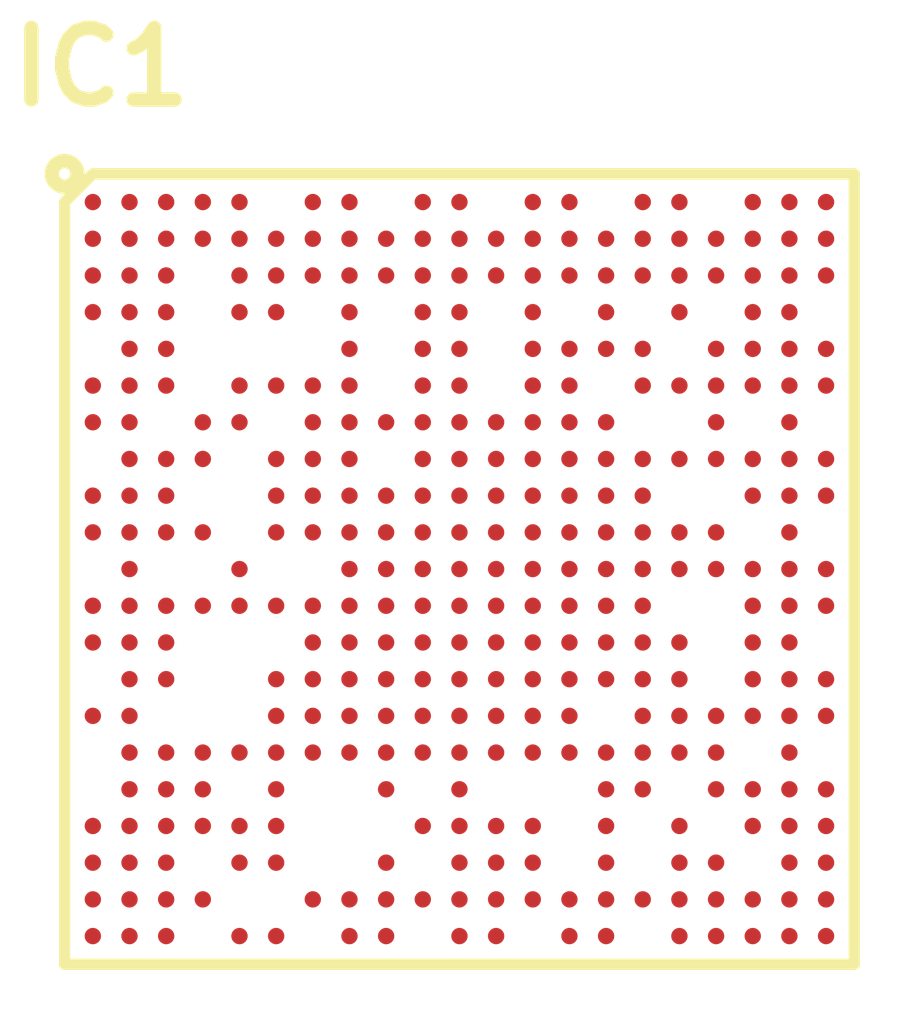
<source format=kicad_pcb>
(kicad_pcb (version 20171130) (host pcbnew "(5.0.2)-1")

  (general
    (thickness 1.6)
    (drawings 0)
    (tracks 0)
    (zones 0)
    (modules 1)
    (nets 63)
  )

  (page USLetter)
  (layers
    (0 F.Cu signal)
    (31 B.Cu signal)
    (32 B.Adhes user)
    (33 F.Adhes user)
    (34 B.Paste user)
    (35 F.Paste user)
    (36 B.SilkS user)
    (37 F.SilkS user)
    (38 B.Mask user)
    (39 F.Mask user)
    (40 Dwgs.User user)
    (41 Cmts.User user)
    (42 Eco1.User user)
    (43 Eco2.User user)
    (44 Edge.Cuts user)
    (45 Margin user)
    (46 B.CrtYd user)
    (47 F.CrtYd user)
    (48 B.Fab user)
    (49 F.Fab user)
  )

  (setup
    (last_trace_width 0.25)
    (trace_clearance 0.2)
    (zone_clearance 0.508)
    (zone_45_only no)
    (trace_min 0.2)
    (segment_width 0.2)
    (edge_width 0.15)
    (via_size 0.8)
    (via_drill 0.4)
    (via_min_size 0.4)
    (via_min_drill 0.3)
    (uvia_size 0.3)
    (uvia_drill 0.1)
    (uvias_allowed no)
    (uvia_min_size 0.2)
    (uvia_min_drill 0.1)
    (pcb_text_width 0.3)
    (pcb_text_size 1.5 1.5)
    (mod_edge_width 0.15)
    (mod_text_size 1 1)
    (mod_text_width 0.15)
    (pad_size 1.524 1.524)
    (pad_drill 0.762)
    (pad_to_mask_clearance 0.051)
    (solder_mask_min_width 0.25)
    (aux_axis_origin 0 0)
    (visible_elements FFFFFF7F)
    (pcbplotparams
      (layerselection 0x010fc_ffffffff)
      (usegerberextensions false)
      (usegerberattributes false)
      (usegerberadvancedattributes false)
      (creategerberjobfile false)
      (excludeedgelayer true)
      (linewidth 0.100000)
      (plotframeref false)
      (viasonmask false)
      (mode 1)
      (useauxorigin false)
      (hpglpennumber 1)
      (hpglpenspeed 20)
      (hpglpendiameter 15.000000)
      (psnegative false)
      (psa4output false)
      (plotreference true)
      (plotvalue true)
      (plotinvisibletext false)
      (padsonsilk false)
      (subtractmaskfromsilk false)
      (outputformat 1)
      (mirror false)
      (drillshape 1)
      (scaleselection 1)
      (outputdirectory ""))
  )

  (net 0 "")
  (net 1 "Net-(IC1-PadA21)")
  (net 2 "Net-(IC1-PadF8)")
  (net 3 "Net-(IC1-PadG7)")
  (net 4 "Net-(IC1-PadG9)")
  (net 5 "Net-(IC1-PadG10)")
  (net 6 "Net-(IC1-PadG11)")
  (net 7 "Net-(IC1-PadG13)")
  (net 8 "Net-(IC1-PadG14)")
  (net 9 "Net-(IC1-PadG15)")
  (net 10 "Net-(IC1-PadH7)")
  (net 11 "Net-(IC1-PadH8)")
  (net 12 "Net-(IC1-PadH10)")
  (net 13 "Net-(IC1-PadH11)")
  (net 14 "Net-(IC1-PadH13)")
  (net 15 "Net-(IC1-PadH14)")
  (net 16 "Net-(IC1-PadJ6)")
  (net 17 "Net-(IC1-PadJ7)")
  (net 18 "Net-(IC1-PadJ8)")
  (net 19 "Net-(IC1-PadJ10)")
  (net 20 "Net-(IC1-PadJ11)")
  (net 21 "Net-(IC1-PadJ12)")
  (net 22 "Net-(IC1-PadJ14)")
  (net 23 "Net-(IC1-PadJ15)")
  (net 24 "Net-(IC1-PadK4)")
  (net 25 "Net-(IC1-PadK6)")
  (net 26 "Net-(IC1-PadK10)")
  (net 27 "Net-(IC1-PadK11)")
  (net 28 "Net-(IC1-PadK12)")
  (net 29 "Net-(IC1-PadL10)")
  (net 30 "Net-(IC1-PadL11)")
  (net 31 "Net-(IC1-PadL12)")
  (net 32 "Net-(IC1-PadL13)")
  (net 33 "Net-(IC1-PadL14)")
  (net 34 "Net-(IC1-PadL15)")
  (net 35 "Net-(IC1-PadL16)")
  (net 36 "Net-(IC1-PadM5)")
  (net 37 "Net-(IC1-PadM16)")
  (net 38 "Net-(IC1-PadN3)")
  (net 39 "Net-(IC1-PadN8)")
  (net 40 "Net-(IC1-PadN16)")
  (net 41 "Net-(IC1-PadP6)")
  (net 42 "Net-(IC1-PadP7)")
  (net 43 "Net-(IC1-PadP8)")
  (net 44 "Net-(IC1-PadP9)")
  (net 45 "Net-(IC1-PadP16)")
  (net 46 "Net-(IC1-PadP17)")
  (net 47 "Net-(IC1-PadR6)")
  (net 48 "Net-(IC1-PadR7)")
  (net 49 "Net-(IC1-PadR8)")
  (net 50 "Net-(IC1-PadR16)")
  (net 51 "Net-(IC1-PadT6)")
  (net 52 "Net-(IC1-PadT7)")
  (net 53 "Net-(IC1-PadT8)")
  (net 54 "Net-(IC1-PadT9)")
  (net 55 "Net-(IC1-PadT10)")
  (net 56 "Net-(IC1-PadT12)")
  (net 57 "Net-(IC1-PadT13)")
  (net 58 "Net-(IC1-PadT14)")
  (net 59 "Net-(IC1-PadT15)")
  (net 60 "Net-(IC1-PadU6)")
  (net 61 "Net-(IC1-PadU9)")
  (net 62 "Net-(IC1-PadU11)")

  (net_class Default "This is the default net class."
    (clearance 0.2)
    (trace_width 0.25)
    (via_dia 0.8)
    (via_drill 0.4)
    (uvia_dia 0.3)
    (uvia_drill 0.1)
    (add_net "Net-(IC1-PadA21)")
    (add_net "Net-(IC1-PadF8)")
    (add_net "Net-(IC1-PadG10)")
    (add_net "Net-(IC1-PadG11)")
    (add_net "Net-(IC1-PadG13)")
    (add_net "Net-(IC1-PadG14)")
    (add_net "Net-(IC1-PadG15)")
    (add_net "Net-(IC1-PadG7)")
    (add_net "Net-(IC1-PadG9)")
    (add_net "Net-(IC1-PadH10)")
    (add_net "Net-(IC1-PadH11)")
    (add_net "Net-(IC1-PadH13)")
    (add_net "Net-(IC1-PadH14)")
    (add_net "Net-(IC1-PadH7)")
    (add_net "Net-(IC1-PadH8)")
    (add_net "Net-(IC1-PadJ10)")
    (add_net "Net-(IC1-PadJ11)")
    (add_net "Net-(IC1-PadJ12)")
    (add_net "Net-(IC1-PadJ14)")
    (add_net "Net-(IC1-PadJ15)")
    (add_net "Net-(IC1-PadJ6)")
    (add_net "Net-(IC1-PadJ7)")
    (add_net "Net-(IC1-PadJ8)")
    (add_net "Net-(IC1-PadK10)")
    (add_net "Net-(IC1-PadK11)")
    (add_net "Net-(IC1-PadK12)")
    (add_net "Net-(IC1-PadK4)")
    (add_net "Net-(IC1-PadK6)")
    (add_net "Net-(IC1-PadL10)")
    (add_net "Net-(IC1-PadL11)")
    (add_net "Net-(IC1-PadL12)")
    (add_net "Net-(IC1-PadL13)")
    (add_net "Net-(IC1-PadL14)")
    (add_net "Net-(IC1-PadL15)")
    (add_net "Net-(IC1-PadL16)")
    (add_net "Net-(IC1-PadM16)")
    (add_net "Net-(IC1-PadM5)")
    (add_net "Net-(IC1-PadN16)")
    (add_net "Net-(IC1-PadN3)")
    (add_net "Net-(IC1-PadN8)")
    (add_net "Net-(IC1-PadP16)")
    (add_net "Net-(IC1-PadP17)")
    (add_net "Net-(IC1-PadP6)")
    (add_net "Net-(IC1-PadP7)")
    (add_net "Net-(IC1-PadP8)")
    (add_net "Net-(IC1-PadP9)")
    (add_net "Net-(IC1-PadR16)")
    (add_net "Net-(IC1-PadR6)")
    (add_net "Net-(IC1-PadR7)")
    (add_net "Net-(IC1-PadR8)")
    (add_net "Net-(IC1-PadT10)")
    (add_net "Net-(IC1-PadT12)")
    (add_net "Net-(IC1-PadT13)")
    (add_net "Net-(IC1-PadT14)")
    (add_net "Net-(IC1-PadT15)")
    (add_net "Net-(IC1-PadT6)")
    (add_net "Net-(IC1-PadT7)")
    (add_net "Net-(IC1-PadT8)")
    (add_net "Net-(IC1-PadT9)")
    (add_net "Net-(IC1-PadU11)")
    (add_net "Net-(IC1-PadU6)")
    (add_net "Net-(IC1-PadU9)")
  )

  (module BGA347C65P21X21_1400X1400X118 (layer F.Cu) (tedit 5DB37017) (tstamp 5DB3DECD)
    (at 152.4 95.25)
    (descr "H3 BGA")
    (tags "Integrated Circuit")
    (path /5DBD65F5)
    (attr smd)
    (fp_text reference IC1 (at -6.35 -8.89) (layer F.SilkS)
      (effects (font (size 1.27 1.27) (thickness 0.254)))
    )
    (fp_text value Allwinner_H3 (at 0 0) (layer F.SilkS) hide
      (effects (font (size 1.27 1.27) (thickness 0.254)))
    )
    (fp_line (start -8.05 -8.05) (end 8.05 -8.05) (layer Dwgs.User) (width 0.05))
    (fp_line (start 8.05 -8.05) (end 8.05 8.05) (layer Dwgs.User) (width 0.05))
    (fp_line (start 8.05 8.05) (end -8.05 8.05) (layer Dwgs.User) (width 0.05))
    (fp_line (start -8.05 8.05) (end -8.05 -8.05) (layer Dwgs.User) (width 0.05))
    (fp_line (start -7 -7) (end 7 -7) (layer Dwgs.User) (width 0.1))
    (fp_line (start 7 -7) (end 7 7) (layer Dwgs.User) (width 0.1))
    (fp_line (start 7 7) (end -7 7) (layer Dwgs.User) (width 0.1))
    (fp_line (start -7 7) (end -7 -7) (layer Dwgs.User) (width 0.1))
    (fp_line (start -7 -3.475) (end -3.475 -7) (layer Dwgs.User) (width 0.1))
    (fp_line (start -6.5 -7) (end 7 -7) (layer F.SilkS) (width 0.2))
    (fp_line (start 7 -7) (end 7 7) (layer F.SilkS) (width 0.2))
    (fp_line (start 7 7) (end -7 7) (layer F.SilkS) (width 0.2))
    (fp_line (start -7 7) (end -7 -6.5) (layer F.SilkS) (width 0.2))
    (fp_line (start -7 -6.5) (end -6.5 -7) (layer F.SilkS) (width 0.2))
    (fp_circle (center -7 -7) (end -6.9 -7) (layer F.SilkS) (width 0.254))
    (pad A1 smd circle (at -6.5 -6.5 90) (size 0.29 0.29) (layers F.Cu F.Paste F.Mask))
    (pad A2 smd circle (at -5.85 -6.5 90) (size 0.29 0.29) (layers F.Cu F.Paste F.Mask))
    (pad A3 smd circle (at -5.2 -6.5 90) (size 0.29 0.29) (layers F.Cu F.Paste F.Mask))
    (pad A4 smd circle (at -4.55 -6.5 90) (size 0.29 0.29) (layers F.Cu F.Paste F.Mask))
    (pad A5 smd circle (at -3.9 -6.5 90) (size 0.29 0.29) (layers F.Cu F.Paste F.Mask))
    (pad A7 smd circle (at -2.6 -6.5 90) (size 0.29 0.29) (layers F.Cu F.Paste F.Mask))
    (pad A8 smd circle (at -1.95 -6.5 90) (size 0.29 0.29) (layers F.Cu F.Paste F.Mask))
    (pad A10 smd circle (at -0.65 -6.5 90) (size 0.29 0.29) (layers F.Cu F.Paste F.Mask))
    (pad A11 smd circle (at 0 -6.5 90) (size 0.29 0.29) (layers F.Cu F.Paste F.Mask))
    (pad A13 smd circle (at 1.3 -6.5 90) (size 0.29 0.29) (layers F.Cu F.Paste F.Mask))
    (pad A14 smd circle (at 1.95 -6.5 90) (size 0.29 0.29) (layers F.Cu F.Paste F.Mask))
    (pad A16 smd circle (at 3.25 -6.5 90) (size 0.29 0.29) (layers F.Cu F.Paste F.Mask))
    (pad A17 smd circle (at 3.9 -6.5 90) (size 0.29 0.29) (layers F.Cu F.Paste F.Mask))
    (pad A19 smd circle (at 5.2 -6.5 90) (size 0.29 0.29) (layers F.Cu F.Paste F.Mask))
    (pad A20 smd circle (at 5.85 -6.5 90) (size 0.29 0.29) (layers F.Cu F.Paste F.Mask))
    (pad A21 smd circle (at 6.5 -6.5 90) (size 0.29 0.29) (layers F.Cu F.Paste F.Mask)
      (net 1 "Net-(IC1-PadA21)"))
    (pad B1 smd circle (at -6.5 -5.85 90) (size 0.29 0.29) (layers F.Cu F.Paste F.Mask))
    (pad B2 smd circle (at -5.85 -5.85 90) (size 0.29 0.29) (layers F.Cu F.Paste F.Mask))
    (pad B3 smd circle (at -5.2 -5.85 90) (size 0.29 0.29) (layers F.Cu F.Paste F.Mask))
    (pad B4 smd circle (at -4.55 -5.85 90) (size 0.29 0.29) (layers F.Cu F.Paste F.Mask))
    (pad B5 smd circle (at -3.9 -5.85 90) (size 0.29 0.29) (layers F.Cu F.Paste F.Mask))
    (pad B6 smd circle (at -3.25 -5.85 90) (size 0.29 0.29) (layers F.Cu F.Paste F.Mask))
    (pad B7 smd circle (at -2.6 -5.85 90) (size 0.29 0.29) (layers F.Cu F.Paste F.Mask))
    (pad B8 smd circle (at -1.95 -5.85 90) (size 0.29 0.29) (layers F.Cu F.Paste F.Mask))
    (pad B9 smd circle (at -1.3 -5.85 90) (size 0.29 0.29) (layers F.Cu F.Paste F.Mask))
    (pad B10 smd circle (at -0.65 -5.85 90) (size 0.29 0.29) (layers F.Cu F.Paste F.Mask))
    (pad B11 smd circle (at 0 -5.85 90) (size 0.29 0.29) (layers F.Cu F.Paste F.Mask))
    (pad B12 smd circle (at 0.65 -5.85 90) (size 0.29 0.29) (layers F.Cu F.Paste F.Mask))
    (pad B13 smd circle (at 1.3 -5.85 90) (size 0.29 0.29) (layers F.Cu F.Paste F.Mask))
    (pad B14 smd circle (at 1.95 -5.85 90) (size 0.29 0.29) (layers F.Cu F.Paste F.Mask))
    (pad B15 smd circle (at 2.6 -5.85 90) (size 0.29 0.29) (layers F.Cu F.Paste F.Mask))
    (pad B16 smd circle (at 3.25 -5.85 90) (size 0.29 0.29) (layers F.Cu F.Paste F.Mask))
    (pad B17 smd circle (at 3.9 -5.85 90) (size 0.29 0.29) (layers F.Cu F.Paste F.Mask))
    (pad B18 smd circle (at 4.55 -5.85 90) (size 0.29 0.29) (layers F.Cu F.Paste F.Mask))
    (pad B19 smd circle (at 5.2 -5.85 90) (size 0.29 0.29) (layers F.Cu F.Paste F.Mask))
    (pad B20 smd circle (at 5.85 -5.85 90) (size 0.29 0.29) (layers F.Cu F.Paste F.Mask))
    (pad B21 smd circle (at 6.5 -5.85 90) (size 0.29 0.29) (layers F.Cu F.Paste F.Mask))
    (pad C1 smd circle (at -6.5 -5.2 90) (size 0.29 0.29) (layers F.Cu F.Paste F.Mask))
    (pad C2 smd circle (at -5.85 -5.2 90) (size 0.29 0.29) (layers F.Cu F.Paste F.Mask))
    (pad C3 smd circle (at -5.2 -5.2 90) (size 0.29 0.29) (layers F.Cu F.Paste F.Mask))
    (pad C5 smd circle (at -3.9 -5.2 90) (size 0.29 0.29) (layers F.Cu F.Paste F.Mask))
    (pad C6 smd circle (at -3.25 -5.2 90) (size 0.29 0.29) (layers F.Cu F.Paste F.Mask))
    (pad C7 smd circle (at -2.6 -5.2 90) (size 0.29 0.29) (layers F.Cu F.Paste F.Mask))
    (pad C8 smd circle (at -1.95 -5.2 90) (size 0.29 0.29) (layers F.Cu F.Paste F.Mask))
    (pad C9 smd circle (at -1.3 -5.2 90) (size 0.29 0.29) (layers F.Cu F.Paste F.Mask))
    (pad C10 smd circle (at -0.65 -5.2 90) (size 0.29 0.29) (layers F.Cu F.Paste F.Mask))
    (pad C11 smd circle (at 0 -5.2 90) (size 0.29 0.29) (layers F.Cu F.Paste F.Mask))
    (pad C12 smd circle (at 0.65 -5.2 90) (size 0.29 0.29) (layers F.Cu F.Paste F.Mask))
    (pad C13 smd circle (at 1.3 -5.2 90) (size 0.29 0.29) (layers F.Cu F.Paste F.Mask))
    (pad C14 smd circle (at 1.95 -5.2 90) (size 0.29 0.29) (layers F.Cu F.Paste F.Mask))
    (pad C15 smd circle (at 2.6 -5.2 90) (size 0.29 0.29) (layers F.Cu F.Paste F.Mask))
    (pad C16 smd circle (at 3.25 -5.2 90) (size 0.29 0.29) (layers F.Cu F.Paste F.Mask))
    (pad C17 smd circle (at 3.9 -5.2 90) (size 0.29 0.29) (layers F.Cu F.Paste F.Mask))
    (pad C18 smd circle (at 4.55 -5.2 90) (size 0.29 0.29) (layers F.Cu F.Paste F.Mask))
    (pad C19 smd circle (at 5.2 -5.2 90) (size 0.29 0.29) (layers F.Cu F.Paste F.Mask))
    (pad C20 smd circle (at 5.85 -5.2 90) (size 0.29 0.29) (layers F.Cu F.Paste F.Mask))
    (pad C21 smd circle (at 6.5 -5.2 90) (size 0.29 0.29) (layers F.Cu F.Paste F.Mask))
    (pad D1 smd circle (at -6.5 -4.55 90) (size 0.29 0.29) (layers F.Cu F.Paste F.Mask))
    (pad D2 smd circle (at -5.85 -4.55 90) (size 0.29 0.29) (layers F.Cu F.Paste F.Mask))
    (pad D3 smd circle (at -5.2 -4.55 90) (size 0.29 0.29) (layers F.Cu F.Paste F.Mask))
    (pad D5 smd circle (at -3.9 -4.55 90) (size 0.29 0.29) (layers F.Cu F.Paste F.Mask))
    (pad D6 smd circle (at -3.25 -4.55 90) (size 0.29 0.29) (layers F.Cu F.Paste F.Mask))
    (pad D8 smd circle (at -1.95 -4.55 90) (size 0.29 0.29) (layers F.Cu F.Paste F.Mask))
    (pad D10 smd circle (at -0.65 -4.55 90) (size 0.29 0.29) (layers F.Cu F.Paste F.Mask))
    (pad D11 smd circle (at 0 -4.55 90) (size 0.29 0.29) (layers F.Cu F.Paste F.Mask))
    (pad D13 smd circle (at 1.3 -4.55 90) (size 0.29 0.29) (layers F.Cu F.Paste F.Mask))
    (pad D15 smd circle (at 2.6 -4.55 90) (size 0.29 0.29) (layers F.Cu F.Paste F.Mask))
    (pad D17 smd circle (at 3.9 -4.55 90) (size 0.29 0.29) (layers F.Cu F.Paste F.Mask))
    (pad D19 smd circle (at 5.2 -4.55 90) (size 0.29 0.29) (layers F.Cu F.Paste F.Mask))
    (pad D20 smd circle (at 5.85 -4.55 90) (size 0.29 0.29) (layers F.Cu F.Paste F.Mask))
    (pad E2 smd circle (at -5.85 -3.9 90) (size 0.29 0.29) (layers F.Cu F.Paste F.Mask))
    (pad E3 smd circle (at -5.2 -3.9 90) (size 0.29 0.29) (layers F.Cu F.Paste F.Mask))
    (pad E8 smd circle (at -1.95 -3.9 90) (size 0.29 0.29) (layers F.Cu F.Paste F.Mask))
    (pad E10 smd circle (at -0.65 -3.9 90) (size 0.29 0.29) (layers F.Cu F.Paste F.Mask))
    (pad E11 smd circle (at 0 -3.9 90) (size 0.29 0.29) (layers F.Cu F.Paste F.Mask))
    (pad E13 smd circle (at 1.3 -3.9 90) (size 0.29 0.29) (layers F.Cu F.Paste F.Mask))
    (pad E14 smd circle (at 1.95 -3.9 90) (size 0.29 0.29) (layers F.Cu F.Paste F.Mask))
    (pad E15 smd circle (at 2.6 -3.9 90) (size 0.29 0.29) (layers F.Cu F.Paste F.Mask))
    (pad E16 smd circle (at 3.25 -3.9 90) (size 0.29 0.29) (layers F.Cu F.Paste F.Mask))
    (pad E18 smd circle (at 4.55 -3.9 90) (size 0.29 0.29) (layers F.Cu F.Paste F.Mask))
    (pad E19 smd circle (at 5.2 -3.9 90) (size 0.29 0.29) (layers F.Cu F.Paste F.Mask))
    (pad E20 smd circle (at 5.85 -3.9 90) (size 0.29 0.29) (layers F.Cu F.Paste F.Mask))
    (pad E21 smd circle (at 6.5 -3.9 90) (size 0.29 0.29) (layers F.Cu F.Paste F.Mask))
    (pad F1 smd circle (at -6.5 -3.25 90) (size 0.29 0.29) (layers F.Cu F.Paste F.Mask))
    (pad F2 smd circle (at -5.85 -3.25 90) (size 0.29 0.29) (layers F.Cu F.Paste F.Mask))
    (pad F3 smd circle (at -5.2 -3.25 90) (size 0.29 0.29) (layers F.Cu F.Paste F.Mask))
    (pad F5 smd circle (at -3.9 -3.25 90) (size 0.29 0.29) (layers F.Cu F.Paste F.Mask))
    (pad F6 smd circle (at -3.25 -3.25 90) (size 0.29 0.29) (layers F.Cu F.Paste F.Mask))
    (pad F7 smd circle (at -2.6 -3.25 90) (size 0.29 0.29) (layers F.Cu F.Paste F.Mask))
    (pad F8 smd circle (at -1.95 -3.25 90) (size 0.29 0.29) (layers F.Cu F.Paste F.Mask)
      (net 2 "Net-(IC1-PadF8)"))
    (pad F10 smd circle (at -0.65 -3.25 90) (size 0.29 0.29) (layers F.Cu F.Paste F.Mask))
    (pad F11 smd circle (at 0 -3.25 90) (size 0.29 0.29) (layers F.Cu F.Paste F.Mask))
    (pad F13 smd circle (at 1.3 -3.25 90) (size 0.29 0.29) (layers F.Cu F.Paste F.Mask))
    (pad F14 smd circle (at 1.95 -3.25 90) (size 0.29 0.29) (layers F.Cu F.Paste F.Mask))
    (pad F16 smd circle (at 3.25 -3.25 90) (size 0.29 0.29) (layers F.Cu F.Paste F.Mask))
    (pad F17 smd circle (at 3.9 -3.25 90) (size 0.29 0.29) (layers F.Cu F.Paste F.Mask))
    (pad F18 smd circle (at 4.55 -3.25 90) (size 0.29 0.29) (layers F.Cu F.Paste F.Mask))
    (pad F19 smd circle (at 5.2 -3.25 90) (size 0.29 0.29) (layers F.Cu F.Paste F.Mask))
    (pad F20 smd circle (at 5.85 -3.25 90) (size 0.29 0.29) (layers F.Cu F.Paste F.Mask))
    (pad F21 smd circle (at 6.5 -3.25 90) (size 0.29 0.29) (layers F.Cu F.Paste F.Mask))
    (pad G1 smd circle (at -6.5 -2.6 90) (size 0.29 0.29) (layers F.Cu F.Paste F.Mask))
    (pad G2 smd circle (at -5.85 -2.6 90) (size 0.29 0.29) (layers F.Cu F.Paste F.Mask))
    (pad G4 smd circle (at -4.55 -2.6 90) (size 0.29 0.29) (layers F.Cu F.Paste F.Mask))
    (pad G5 smd circle (at -3.9 -2.6 90) (size 0.29 0.29) (layers F.Cu F.Paste F.Mask))
    (pad G7 smd circle (at -2.6 -2.6 90) (size 0.29 0.29) (layers F.Cu F.Paste F.Mask)
      (net 3 "Net-(IC1-PadG7)"))
    (pad G8 smd circle (at -1.95 -2.6 90) (size 0.29 0.29) (layers F.Cu F.Paste F.Mask)
      (net 1 "Net-(IC1-PadA21)"))
    (pad G9 smd circle (at -1.3 -2.6 90) (size 0.29 0.29) (layers F.Cu F.Paste F.Mask)
      (net 4 "Net-(IC1-PadG9)"))
    (pad G10 smd circle (at -0.65 -2.6 90) (size 0.29 0.29) (layers F.Cu F.Paste F.Mask)
      (net 5 "Net-(IC1-PadG10)"))
    (pad G11 smd circle (at 0 -2.6 90) (size 0.29 0.29) (layers F.Cu F.Paste F.Mask)
      (net 6 "Net-(IC1-PadG11)"))
    (pad G12 smd circle (at 0.65 -2.6 90) (size 0.29 0.29) (layers F.Cu F.Paste F.Mask))
    (pad G13 smd circle (at 1.3 -2.6 90) (size 0.29 0.29) (layers F.Cu F.Paste F.Mask)
      (net 7 "Net-(IC1-PadG13)"))
    (pad G14 smd circle (at 1.95 -2.6 90) (size 0.29 0.29) (layers F.Cu F.Paste F.Mask)
      (net 8 "Net-(IC1-PadG14)"))
    (pad G15 smd circle (at 2.6 -2.6 90) (size 0.29 0.29) (layers F.Cu F.Paste F.Mask)
      (net 9 "Net-(IC1-PadG15)"))
    (pad G18 smd circle (at 4.55 -2.6 90) (size 0.29 0.29) (layers F.Cu F.Paste F.Mask))
    (pad G20 smd circle (at 5.85 -2.6 90) (size 0.29 0.29) (layers F.Cu F.Paste F.Mask))
    (pad H2 smd circle (at -5.85 -1.95 90) (size 0.29 0.29) (layers F.Cu F.Paste F.Mask))
    (pad H3 smd circle (at -5.2 -1.95 90) (size 0.29 0.29) (layers F.Cu F.Paste F.Mask))
    (pad H4 smd circle (at -4.55 -1.95 90) (size 0.29 0.29) (layers F.Cu F.Paste F.Mask))
    (pad H6 smd circle (at -3.25 -1.95 90) (size 0.29 0.29) (layers F.Cu F.Paste F.Mask))
    (pad H7 smd circle (at -2.6 -1.95 90) (size 0.29 0.29) (layers F.Cu F.Paste F.Mask)
      (net 10 "Net-(IC1-PadH7)"))
    (pad H8 smd circle (at -1.95 -1.95 90) (size 0.29 0.29) (layers F.Cu F.Paste F.Mask)
      (net 11 "Net-(IC1-PadH8)"))
    (pad H10 smd circle (at -0.65 -1.95 90) (size 0.29 0.29) (layers F.Cu F.Paste F.Mask)
      (net 12 "Net-(IC1-PadH10)"))
    (pad H11 smd circle (at 0 -1.95 90) (size 0.29 0.29) (layers F.Cu F.Paste F.Mask)
      (net 13 "Net-(IC1-PadH11)"))
    (pad H12 smd circle (at 0.65 -1.95 90) (size 0.29 0.29) (layers F.Cu F.Paste F.Mask)
      (net 1 "Net-(IC1-PadA21)"))
    (pad H13 smd circle (at 1.3 -1.95 90) (size 0.29 0.29) (layers F.Cu F.Paste F.Mask)
      (net 14 "Net-(IC1-PadH13)"))
    (pad H14 smd circle (at 1.95 -1.95 90) (size 0.29 0.29) (layers F.Cu F.Paste F.Mask)
      (net 15 "Net-(IC1-PadH14)"))
    (pad H15 smd circle (at 2.6 -1.95 90) (size 0.29 0.29) (layers F.Cu F.Paste F.Mask)
      (net 1 "Net-(IC1-PadA21)"))
    (pad H16 smd circle (at 3.25 -1.95 90) (size 0.29 0.29) (layers F.Cu F.Paste F.Mask))
    (pad H17 smd circle (at 3.9 -1.95 90) (size 0.29 0.29) (layers F.Cu F.Paste F.Mask))
    (pad H18 smd circle (at 4.55 -1.95 90) (size 0.29 0.29) (layers F.Cu F.Paste F.Mask))
    (pad H19 smd circle (at 5.2 -1.95 90) (size 0.29 0.29) (layers F.Cu F.Paste F.Mask))
    (pad H20 smd circle (at 5.85 -1.95 90) (size 0.29 0.29) (layers F.Cu F.Paste F.Mask))
    (pad H21 smd circle (at 6.5 -1.95 90) (size 0.29 0.29) (layers F.Cu F.Paste F.Mask))
    (pad J1 smd circle (at -6.5 -1.3 90) (size 0.29 0.29) (layers F.Cu F.Paste F.Mask))
    (pad J2 smd circle (at -5.85 -1.3 90) (size 0.29 0.29) (layers F.Cu F.Paste F.Mask))
    (pad J3 smd circle (at -5.2 -1.3 90) (size 0.29 0.29) (layers F.Cu F.Paste F.Mask))
    (pad J6 smd circle (at -3.25 -1.3 90) (size 0.29 0.29) (layers F.Cu F.Paste F.Mask)
      (net 16 "Net-(IC1-PadJ6)"))
    (pad J7 smd circle (at -2.6 -1.3 90) (size 0.29 0.29) (layers F.Cu F.Paste F.Mask)
      (net 17 "Net-(IC1-PadJ7)"))
    (pad J8 smd circle (at -1.95 -1.3 90) (size 0.29 0.29) (layers F.Cu F.Paste F.Mask)
      (net 18 "Net-(IC1-PadJ8)"))
    (pad J9 smd circle (at -1.3 -1.3 90) (size 0.29 0.29) (layers F.Cu F.Paste F.Mask)
      (net 1 "Net-(IC1-PadA21)"))
    (pad J10 smd circle (at -0.65 -1.3 90) (size 0.29 0.29) (layers F.Cu F.Paste F.Mask)
      (net 19 "Net-(IC1-PadJ10)"))
    (pad J11 smd circle (at 0 -1.3 90) (size 0.29 0.29) (layers F.Cu F.Paste F.Mask)
      (net 20 "Net-(IC1-PadJ11)"))
    (pad J12 smd circle (at 0.65 -1.3 90) (size 0.29 0.29) (layers F.Cu F.Paste F.Mask)
      (net 21 "Net-(IC1-PadJ12)"))
    (pad J13 smd circle (at 1.3 -1.3 90) (size 0.29 0.29) (layers F.Cu F.Paste F.Mask)
      (net 1 "Net-(IC1-PadA21)"))
    (pad J14 smd circle (at 1.95 -1.3 90) (size 0.29 0.29) (layers F.Cu F.Paste F.Mask)
      (net 22 "Net-(IC1-PadJ14)"))
    (pad J15 smd circle (at 2.6 -1.3 90) (size 0.29 0.29) (layers F.Cu F.Paste F.Mask)
      (net 23 "Net-(IC1-PadJ15)"))
    (pad J16 smd circle (at 3.25 -1.3 90) (size 0.29 0.29) (layers F.Cu F.Paste F.Mask)
      (net 1 "Net-(IC1-PadA21)"))
    (pad J19 smd circle (at 5.2 -1.3 90) (size 0.29 0.29) (layers F.Cu F.Paste F.Mask))
    (pad J20 smd circle (at 5.85 -1.3 90) (size 0.29 0.29) (layers F.Cu F.Paste F.Mask))
    (pad J21 smd circle (at 6.5 -1.3 90) (size 0.29 0.29) (layers F.Cu F.Paste F.Mask))
    (pad K1 smd circle (at -6.5 -0.65 90) (size 0.29 0.29) (layers F.Cu F.Paste F.Mask))
    (pad K2 smd circle (at -5.85 -0.65 90) (size 0.29 0.29) (layers F.Cu F.Paste F.Mask))
    (pad K3 smd circle (at -5.2 -0.65 90) (size 0.29 0.29) (layers F.Cu F.Paste F.Mask))
    (pad K4 smd circle (at -4.55 -0.65 90) (size 0.29 0.29) (layers F.Cu F.Paste F.Mask)
      (net 24 "Net-(IC1-PadK4)"))
    (pad K6 smd circle (at -3.25 -0.65 90) (size 0.29 0.29) (layers F.Cu F.Paste F.Mask)
      (net 25 "Net-(IC1-PadK6)"))
    (pad K7 smd circle (at -2.6 -0.65 90) (size 0.29 0.29) (layers F.Cu F.Paste F.Mask)
      (net 1 "Net-(IC1-PadA21)"))
    (pad K8 smd circle (at -1.95 -0.65 90) (size 0.29 0.29) (layers F.Cu F.Paste F.Mask)
      (net 1 "Net-(IC1-PadA21)"))
    (pad K9 smd circle (at -1.3 -0.65 90) (size 0.29 0.29) (layers F.Cu F.Paste F.Mask)
      (net 1 "Net-(IC1-PadA21)"))
    (pad K10 smd circle (at -0.65 -0.65 90) (size 0.29 0.29) (layers F.Cu F.Paste F.Mask)
      (net 26 "Net-(IC1-PadK10)"))
    (pad K11 smd circle (at 0 -0.65 90) (size 0.29 0.29) (layers F.Cu F.Paste F.Mask)
      (net 27 "Net-(IC1-PadK11)"))
    (pad K12 smd circle (at 0.65 -0.65 90) (size 0.29 0.29) (layers F.Cu F.Paste F.Mask)
      (net 28 "Net-(IC1-PadK12)"))
    (pad K13 smd circle (at 1.3 -0.65 90) (size 0.29 0.29) (layers F.Cu F.Paste F.Mask)
      (net 1 "Net-(IC1-PadA21)"))
    (pad K14 smd circle (at 1.95 -0.65 90) (size 0.29 0.29) (layers F.Cu F.Paste F.Mask)
      (net 1 "Net-(IC1-PadA21)"))
    (pad K15 smd circle (at 2.6 -0.65 90) (size 0.29 0.29) (layers F.Cu F.Paste F.Mask)
      (net 1 "Net-(IC1-PadA21)"))
    (pad K16 smd circle (at 3.25 -0.65 90) (size 0.29 0.29) (layers F.Cu F.Paste F.Mask)
      (net 1 "Net-(IC1-PadA21)"))
    (pad K17 smd circle (at 3.9 -0.65 90) (size 0.29 0.29) (layers F.Cu F.Paste F.Mask))
    (pad K18 smd circle (at 4.55 -0.65 90) (size 0.29 0.29) (layers F.Cu F.Paste F.Mask))
    (pad K20 smd circle (at 5.85 -0.65 90) (size 0.29 0.29) (layers F.Cu F.Paste F.Mask))
    (pad L2 smd circle (at -5.85 0 90) (size 0.29 0.29) (layers F.Cu F.Paste F.Mask))
    (pad L5 smd circle (at -3.9 0 90) (size 0.29 0.29) (layers F.Cu F.Paste F.Mask))
    (pad L8 smd circle (at -1.95 0 90) (size 0.29 0.29) (layers F.Cu F.Paste F.Mask)
      (net 1 "Net-(IC1-PadA21)"))
    (pad L9 smd circle (at -1.3 0 90) (size 0.29 0.29) (layers F.Cu F.Paste F.Mask)
      (net 1 "Net-(IC1-PadA21)"))
    (pad L10 smd circle (at -0.65 0 90) (size 0.29 0.29) (layers F.Cu F.Paste F.Mask)
      (net 29 "Net-(IC1-PadL10)"))
    (pad L11 smd circle (at 0 0 90) (size 0.29 0.29) (layers F.Cu F.Paste F.Mask)
      (net 30 "Net-(IC1-PadL11)"))
    (pad L12 smd circle (at 0.65 0 90) (size 0.29 0.29) (layers F.Cu F.Paste F.Mask)
      (net 31 "Net-(IC1-PadL12)"))
    (pad L13 smd circle (at 1.3 0 90) (size 0.29 0.29) (layers F.Cu F.Paste F.Mask)
      (net 32 "Net-(IC1-PadL13)"))
    (pad L14 smd circle (at 1.95 0 90) (size 0.29 0.29) (layers F.Cu F.Paste F.Mask)
      (net 33 "Net-(IC1-PadL14)"))
    (pad L15 smd circle (at 2.6 0 90) (size 0.29 0.29) (layers F.Cu F.Paste F.Mask)
      (net 34 "Net-(IC1-PadL15)"))
    (pad L16 smd circle (at 3.25 0 90) (size 0.29 0.29) (layers F.Cu F.Paste F.Mask)
      (net 35 "Net-(IC1-PadL16)"))
    (pad L17 smd circle (at 3.9 0 90) (size 0.29 0.29) (layers F.Cu F.Paste F.Mask))
    (pad L18 smd circle (at 4.55 0 90) (size 0.29 0.29) (layers F.Cu F.Paste F.Mask))
    (pad L19 smd circle (at 5.2 0 90) (size 0.29 0.29) (layers F.Cu F.Paste F.Mask))
    (pad L20 smd circle (at 5.85 0 90) (size 0.29 0.29) (layers F.Cu F.Paste F.Mask))
    (pad L21 smd circle (at 6.5 0 90) (size 0.29 0.29) (layers F.Cu F.Paste F.Mask))
    (pad M1 smd circle (at -6.5 0.65 90) (size 0.29 0.29) (layers F.Cu F.Paste F.Mask))
    (pad M2 smd circle (at -5.85 0.65 90) (size 0.29 0.29) (layers F.Cu F.Paste F.Mask))
    (pad M3 smd circle (at -5.2 0.65 90) (size 0.29 0.29) (layers F.Cu F.Paste F.Mask))
    (pad M4 smd circle (at -4.55 0.65 90) (size 0.29 0.29) (layers F.Cu F.Paste F.Mask))
    (pad M5 smd circle (at -3.9 0.65 90) (size 0.29 0.29) (layers F.Cu F.Paste F.Mask)
      (net 36 "Net-(IC1-PadM5)"))
    (pad M6 smd circle (at -3.25 0.65 90) (size 0.29 0.29) (layers F.Cu F.Paste F.Mask))
    (pad M7 smd circle (at -2.6 0.65 90) (size 0.29 0.29) (layers F.Cu F.Paste F.Mask)
      (net 1 "Net-(IC1-PadA21)"))
    (pad M8 smd circle (at -1.95 0.65 90) (size 0.29 0.29) (layers F.Cu F.Paste F.Mask)
      (net 1 "Net-(IC1-PadA21)"))
    (pad M9 smd circle (at -1.3 0.65 90) (size 0.29 0.29) (layers F.Cu F.Paste F.Mask)
      (net 1 "Net-(IC1-PadA21)"))
    (pad M10 smd circle (at -0.65 0.65 90) (size 0.29 0.29) (layers F.Cu F.Paste F.Mask)
      (net 1 "Net-(IC1-PadA21)"))
    (pad M11 smd circle (at 0 0.65 90) (size 0.29 0.29) (layers F.Cu F.Paste F.Mask)
      (net 1 "Net-(IC1-PadA21)"))
    (pad M12 smd circle (at 0.65 0.65 90) (size 0.29 0.29) (layers F.Cu F.Paste F.Mask)
      (net 1 "Net-(IC1-PadA21)"))
    (pad M13 smd circle (at 1.3 0.65 90) (size 0.29 0.29) (layers F.Cu F.Paste F.Mask)
      (net 1 "Net-(IC1-PadA21)"))
    (pad M14 smd circle (at 1.95 0.65 90) (size 0.29 0.29) (layers F.Cu F.Paste F.Mask)
      (net 1 "Net-(IC1-PadA21)"))
    (pad M15 smd circle (at 2.6 0.65 90) (size 0.29 0.29) (layers F.Cu F.Paste F.Mask)
      (net 1 "Net-(IC1-PadA21)"))
    (pad M16 smd circle (at 3.25 0.65 90) (size 0.29 0.29) (layers F.Cu F.Paste F.Mask)
      (net 37 "Net-(IC1-PadM16)"))
    (pad M19 smd circle (at 5.2 0.65 90) (size 0.29 0.29) (layers F.Cu F.Paste F.Mask))
    (pad M20 smd circle (at 5.85 0.65 90) (size 0.29 0.29) (layers F.Cu F.Paste F.Mask))
    (pad M21 smd circle (at 6.5 0.65 90) (size 0.29 0.29) (layers F.Cu F.Paste F.Mask))
    (pad N1 smd circle (at -6.5 1.3 90) (size 0.29 0.29) (layers F.Cu F.Paste F.Mask))
    (pad N2 smd circle (at -5.85 1.3 90) (size 0.29 0.29) (layers F.Cu F.Paste F.Mask))
    (pad N3 smd circle (at -5.2 1.3 90) (size 0.29 0.29) (layers F.Cu F.Paste F.Mask)
      (net 38 "Net-(IC1-PadN3)"))
    (pad N7 smd circle (at -2.6 1.3 90) (size 0.29 0.29) (layers F.Cu F.Paste F.Mask)
      (net 1 "Net-(IC1-PadA21)"))
    (pad N8 smd circle (at -1.95 1.3 90) (size 0.29 0.29) (layers F.Cu F.Paste F.Mask)
      (net 39 "Net-(IC1-PadN8)"))
    (pad N9 smd circle (at -1.3 1.3 90) (size 0.29 0.29) (layers F.Cu F.Paste F.Mask)
      (net 1 "Net-(IC1-PadA21)"))
    (pad N10 smd circle (at -0.65 1.3 90) (size 0.29 0.29) (layers F.Cu F.Paste F.Mask)
      (net 1 "Net-(IC1-PadA21)"))
    (pad N11 smd circle (at 0 1.3 90) (size 0.29 0.29) (layers F.Cu F.Paste F.Mask)
      (net 1 "Net-(IC1-PadA21)"))
    (pad N12 smd circle (at 0.65 1.3 90) (size 0.29 0.29) (layers F.Cu F.Paste F.Mask)
      (net 1 "Net-(IC1-PadA21)"))
    (pad N13 smd circle (at 1.3 1.3 90) (size 0.29 0.29) (layers F.Cu F.Paste F.Mask)
      (net 1 "Net-(IC1-PadA21)"))
    (pad N14 smd circle (at 1.95 1.3 90) (size 0.29 0.29) (layers F.Cu F.Paste F.Mask)
      (net 1 "Net-(IC1-PadA21)"))
    (pad N15 smd circle (at 2.6 1.3 90) (size 0.29 0.29) (layers F.Cu F.Paste F.Mask)
      (net 1 "Net-(IC1-PadA21)"))
    (pad N16 smd circle (at 3.25 1.3 90) (size 0.29 0.29) (layers F.Cu F.Paste F.Mask)
      (net 40 "Net-(IC1-PadN16)"))
    (pad N17 smd circle (at 3.9 1.3 90) (size 0.29 0.29) (layers F.Cu F.Paste F.Mask))
    (pad N19 smd circle (at 5.2 1.3 90) (size 0.29 0.29) (layers F.Cu F.Paste F.Mask))
    (pad N20 smd circle (at 5.85 1.3 90) (size 0.29 0.29) (layers F.Cu F.Paste F.Mask))
    (pad P2 smd circle (at -5.85 1.95 90) (size 0.29 0.29) (layers F.Cu F.Paste F.Mask))
    (pad P3 smd circle (at -5.2 1.95 90) (size 0.29 0.29) (layers F.Cu F.Paste F.Mask))
    (pad P6 smd circle (at -3.25 1.95 90) (size 0.29 0.29) (layers F.Cu F.Paste F.Mask)
      (net 41 "Net-(IC1-PadP6)"))
    (pad P7 smd circle (at -2.6 1.95 90) (size 0.29 0.29) (layers F.Cu F.Paste F.Mask)
      (net 42 "Net-(IC1-PadP7)"))
    (pad P8 smd circle (at -1.95 1.95 90) (size 0.29 0.29) (layers F.Cu F.Paste F.Mask)
      (net 43 "Net-(IC1-PadP8)"))
    (pad P9 smd circle (at -1.3 1.95 90) (size 0.29 0.29) (layers F.Cu F.Paste F.Mask)
      (net 44 "Net-(IC1-PadP9)"))
    (pad P10 smd circle (at -0.65 1.95 90) (size 0.29 0.29) (layers F.Cu F.Paste F.Mask)
      (net 1 "Net-(IC1-PadA21)"))
    (pad P11 smd circle (at 0 1.95 90) (size 0.29 0.29) (layers F.Cu F.Paste F.Mask)
      (net 1 "Net-(IC1-PadA21)"))
    (pad P12 smd circle (at 0.65 1.95 90) (size 0.29 0.29) (layers F.Cu F.Paste F.Mask)
      (net 1 "Net-(IC1-PadA21)"))
    (pad P13 smd circle (at 1.3 1.95 90) (size 0.29 0.29) (layers F.Cu F.Paste F.Mask)
      (net 1 "Net-(IC1-PadA21)"))
    (pad P14 smd circle (at 1.95 1.95 90) (size 0.29 0.29) (layers F.Cu F.Paste F.Mask)
      (net 1 "Net-(IC1-PadA21)"))
    (pad P15 smd circle (at 2.6 1.95 90) (size 0.29 0.29) (layers F.Cu F.Paste F.Mask)
      (net 1 "Net-(IC1-PadA21)"))
    (pad P16 smd circle (at 3.25 1.95 90) (size 0.29 0.29) (layers F.Cu F.Paste F.Mask)
      (net 45 "Net-(IC1-PadP16)"))
    (pad P17 smd circle (at 3.9 1.95 90) (size 0.29 0.29) (layers F.Cu F.Paste F.Mask)
      (net 46 "Net-(IC1-PadP17)"))
    (pad P19 smd circle (at 5.2 1.95 90) (size 0.29 0.29) (layers F.Cu F.Paste F.Mask))
    (pad P20 smd circle (at 5.85 1.95 90) (size 0.29 0.29) (layers F.Cu F.Paste F.Mask))
    (pad P21 smd circle (at 6.5 1.95 90) (size 0.29 0.29) (layers F.Cu F.Paste F.Mask))
    (pad R1 smd circle (at -6.5 2.6 90) (size 0.29 0.29) (layers F.Cu F.Paste F.Mask))
    (pad R2 smd circle (at -5.85 2.6 90) (size 0.29 0.29) (layers F.Cu F.Paste F.Mask))
    (pad R6 smd circle (at -3.25 2.6 90) (size 0.29 0.29) (layers F.Cu F.Paste F.Mask)
      (net 47 "Net-(IC1-PadR6)"))
    (pad R7 smd circle (at -2.6 2.6 90) (size 0.29 0.29) (layers F.Cu F.Paste F.Mask)
      (net 48 "Net-(IC1-PadR7)"))
    (pad R8 smd circle (at -1.95 2.6 90) (size 0.29 0.29) (layers F.Cu F.Paste F.Mask)
      (net 49 "Net-(IC1-PadR8)"))
    (pad R9 smd circle (at -1.3 2.6 90) (size 0.29 0.29) (layers F.Cu F.Paste F.Mask)
      (net 1 "Net-(IC1-PadA21)"))
    (pad R10 smd circle (at -0.65 2.6 90) (size 0.29 0.29) (layers F.Cu F.Paste F.Mask)
      (net 1 "Net-(IC1-PadA21)"))
    (pad R11 smd circle (at 0 2.6 90) (size 0.29 0.29) (layers F.Cu F.Paste F.Mask)
      (net 1 "Net-(IC1-PadA21)"))
    (pad R12 smd circle (at 0.65 2.6 90) (size 0.29 0.29) (layers F.Cu F.Paste F.Mask)
      (net 1 "Net-(IC1-PadA21)"))
    (pad R13 smd circle (at 1.3 2.6 90) (size 0.29 0.29) (layers F.Cu F.Paste F.Mask)
      (net 1 "Net-(IC1-PadA21)"))
    (pad R14 smd circle (at 1.95 2.6 90) (size 0.29 0.29) (layers F.Cu F.Paste F.Mask)
      (net 1 "Net-(IC1-PadA21)"))
    (pad R16 smd circle (at 3.25 2.6 90) (size 0.29 0.29) (layers F.Cu F.Paste F.Mask)
      (net 50 "Net-(IC1-PadR16)"))
    (pad R17 smd circle (at 3.9 2.6 90) (size 0.29 0.29) (layers F.Cu F.Paste F.Mask))
    (pad R18 smd circle (at 4.55 2.6 90) (size 0.29 0.29) (layers F.Cu F.Paste F.Mask))
    (pad R19 smd circle (at 5.2 2.6 90) (size 0.29 0.29) (layers F.Cu F.Paste F.Mask))
    (pad R20 smd circle (at 5.85 2.6 90) (size 0.29 0.29) (layers F.Cu F.Paste F.Mask))
    (pad R21 smd circle (at 6.5 2.6 90) (size 0.29 0.29) (layers F.Cu F.Paste F.Mask))
    (pad T2 smd circle (at -5.85 3.25 90) (size 0.29 0.29) (layers F.Cu F.Paste F.Mask))
    (pad T3 smd circle (at -5.2 3.25 90) (size 0.29 0.29) (layers F.Cu F.Paste F.Mask))
    (pad T4 smd circle (at -4.55 3.25 90) (size 0.29 0.29) (layers F.Cu F.Paste F.Mask))
    (pad T5 smd circle (at -3.9 3.25 90) (size 0.29 0.29) (layers F.Cu F.Paste F.Mask))
    (pad T6 smd circle (at -3.25 3.25 90) (size 0.29 0.29) (layers F.Cu F.Paste F.Mask)
      (net 51 "Net-(IC1-PadT6)"))
    (pad T7 smd circle (at -2.6 3.25 90) (size 0.29 0.29) (layers F.Cu F.Paste F.Mask)
      (net 52 "Net-(IC1-PadT7)"))
    (pad T8 smd circle (at -1.95 3.25 90) (size 0.29 0.29) (layers F.Cu F.Paste F.Mask)
      (net 53 "Net-(IC1-PadT8)"))
    (pad T9 smd circle (at -1.3 3.25 90) (size 0.29 0.29) (layers F.Cu F.Paste F.Mask)
      (net 54 "Net-(IC1-PadT9)"))
    (pad T10 smd circle (at -0.65 3.25 90) (size 0.29 0.29) (layers F.Cu F.Paste F.Mask)
      (net 55 "Net-(IC1-PadT10)"))
    (pad T11 smd circle (at 0 3.25 90) (size 0.29 0.29) (layers F.Cu F.Paste F.Mask)
      (net 1 "Net-(IC1-PadA21)"))
    (pad T12 smd circle (at 0.65 3.25 90) (size 0.29 0.29) (layers F.Cu F.Paste F.Mask)
      (net 56 "Net-(IC1-PadT12)"))
    (pad T13 smd circle (at 1.3 3.25 90) (size 0.29 0.29) (layers F.Cu F.Paste F.Mask)
      (net 57 "Net-(IC1-PadT13)"))
    (pad T14 smd circle (at 1.95 3.25 90) (size 0.29 0.29) (layers F.Cu F.Paste F.Mask)
      (net 58 "Net-(IC1-PadT14)"))
    (pad T15 smd circle (at 2.6 3.25 90) (size 0.29 0.29) (layers F.Cu F.Paste F.Mask)
      (net 59 "Net-(IC1-PadT15)"))
    (pad T16 smd circle (at 3.25 3.25 90) (size 0.29 0.29) (layers F.Cu F.Paste F.Mask))
    (pad T17 smd circle (at 3.9 3.25 90) (size 0.29 0.29) (layers F.Cu F.Paste F.Mask))
    (pad T18 smd circle (at 4.55 3.25 90) (size 0.29 0.29) (layers F.Cu F.Paste F.Mask))
    (pad T20 smd circle (at 5.85 3.25 90) (size 0.29 0.29) (layers F.Cu F.Paste F.Mask))
    (pad U2 smd circle (at -5.85 3.9 90) (size 0.29 0.29) (layers F.Cu F.Paste F.Mask))
    (pad U3 smd circle (at -5.2 3.9 90) (size 0.29 0.29) (layers F.Cu F.Paste F.Mask))
    (pad U4 smd circle (at -4.55 3.9 90) (size 0.29 0.29) (layers F.Cu F.Paste F.Mask))
    (pad U6 smd circle (at -3.25 3.9 90) (size 0.29 0.29) (layers F.Cu F.Paste F.Mask)
      (net 60 "Net-(IC1-PadU6)"))
    (pad U9 smd circle (at -1.3 3.9 90) (size 0.29 0.29) (layers F.Cu F.Paste F.Mask)
      (net 61 "Net-(IC1-PadU9)"))
    (pad U11 smd circle (at 0 3.9 90) (size 0.29 0.29) (layers F.Cu F.Paste F.Mask)
      (net 62 "Net-(IC1-PadU11)"))
    (pad U15 smd circle (at 2.6 3.9 90) (size 0.29 0.29) (layers F.Cu F.Paste F.Mask))
    (pad U16 smd circle (at 3.25 3.9 90) (size 0.29 0.29) (layers F.Cu F.Paste F.Mask))
    (pad U18 smd circle (at 4.55 3.9 90) (size 0.29 0.29) (layers F.Cu F.Paste F.Mask))
    (pad U19 smd circle (at 5.2 3.9 90) (size 0.29 0.29) (layers F.Cu F.Paste F.Mask))
    (pad U20 smd circle (at 5.85 3.9 90) (size 0.29 0.29) (layers F.Cu F.Paste F.Mask))
    (pad U21 smd circle (at 6.5 3.9 90) (size 0.29 0.29) (layers F.Cu F.Paste F.Mask))
    (pad V1 smd circle (at -6.5 4.55 90) (size 0.29 0.29) (layers F.Cu F.Paste F.Mask))
    (pad V2 smd circle (at -5.85 4.55 90) (size 0.29 0.29) (layers F.Cu F.Paste F.Mask))
    (pad V3 smd circle (at -5.2 4.55 90) (size 0.29 0.29) (layers F.Cu F.Paste F.Mask))
    (pad V4 smd circle (at -4.55 4.55 90) (size 0.29 0.29) (layers F.Cu F.Paste F.Mask))
    (pad V5 smd circle (at -3.9 4.55 90) (size 0.29 0.29) (layers F.Cu F.Paste F.Mask))
    (pad V6 smd circle (at -3.25 4.55 90) (size 0.29 0.29) (layers F.Cu F.Paste F.Mask))
    (pad V10 smd circle (at -0.65 4.55 90) (size 0.29 0.29) (layers F.Cu F.Paste F.Mask))
    (pad V11 smd circle (at 0 4.55 90) (size 0.29 0.29) (layers F.Cu F.Paste F.Mask))
    (pad V12 smd circle (at 0.65 4.55 90) (size 0.29 0.29) (layers F.Cu F.Paste F.Mask))
    (pad V13 smd circle (at 1.3 4.55 90) (size 0.29 0.29) (layers F.Cu F.Paste F.Mask))
    (pad V15 smd circle (at 2.6 4.55 90) (size 0.29 0.29) (layers F.Cu F.Paste F.Mask))
    (pad V17 smd circle (at 3.9 4.55 90) (size 0.29 0.29) (layers F.Cu F.Paste F.Mask))
    (pad V19 smd circle (at 5.2 4.55 90) (size 0.29 0.29) (layers F.Cu F.Paste F.Mask))
    (pad V20 smd circle (at 5.85 4.55 90) (size 0.29 0.29) (layers F.Cu F.Paste F.Mask))
    (pad V21 smd circle (at 6.5 4.55 90) (size 0.29 0.29) (layers F.Cu F.Paste F.Mask))
    (pad W1 smd circle (at -6.5 5.2 90) (size 0.29 0.29) (layers F.Cu F.Paste F.Mask))
    (pad W2 smd circle (at -5.85 5.2 90) (size 0.29 0.29) (layers F.Cu F.Paste F.Mask))
    (pad W3 smd circle (at -5.2 5.2 90) (size 0.29 0.29) (layers F.Cu F.Paste F.Mask))
    (pad W5 smd circle (at -3.9 5.2 90) (size 0.29 0.29) (layers F.Cu F.Paste F.Mask))
    (pad W6 smd circle (at -3.25 5.2 90) (size 0.29 0.29) (layers F.Cu F.Paste F.Mask))
    (pad W9 smd circle (at -1.3 5.2 90) (size 0.29 0.29) (layers F.Cu F.Paste F.Mask))
    (pad W11 smd circle (at 0 5.2 90) (size 0.29 0.29) (layers F.Cu F.Paste F.Mask))
    (pad W12 smd circle (at 0.65 5.2 90) (size 0.29 0.29) (layers F.Cu F.Paste F.Mask))
    (pad W13 smd circle (at 1.3 5.2 90) (size 0.29 0.29) (layers F.Cu F.Paste F.Mask))
    (pad W15 smd circle (at 2.6 5.2 90) (size 0.29 0.29) (layers F.Cu F.Paste F.Mask))
    (pad W17 smd circle (at 3.9 5.2 90) (size 0.29 0.29) (layers F.Cu F.Paste F.Mask))
    (pad W18 smd circle (at 4.55 5.2 90) (size 0.29 0.29) (layers F.Cu F.Paste F.Mask))
    (pad W20 smd circle (at 5.85 5.2 90) (size 0.29 0.29) (layers F.Cu F.Paste F.Mask))
    (pad W21 smd circle (at 6.5 5.2 90) (size 0.29 0.29) (layers F.Cu F.Paste F.Mask))
    (pad Y1 smd circle (at -6.5 5.85 90) (size 0.29 0.29) (layers F.Cu F.Paste F.Mask))
    (pad Y2 smd circle (at -5.85 5.85 90) (size 0.29 0.29) (layers F.Cu F.Paste F.Mask))
    (pad Y3 smd circle (at -5.2 5.85 90) (size 0.29 0.29) (layers F.Cu F.Paste F.Mask))
    (pad Y4 smd circle (at -4.55 5.85 90) (size 0.29 0.29) (layers F.Cu F.Paste F.Mask))
    (pad Y7 smd circle (at -2.6 5.85 90) (size 0.29 0.29) (layers F.Cu F.Paste F.Mask))
    (pad Y8 smd circle (at -1.95 5.85 90) (size 0.29 0.29) (layers F.Cu F.Paste F.Mask))
    (pad Y9 smd circle (at -1.3 5.85 90) (size 0.29 0.29) (layers F.Cu F.Paste F.Mask))
    (pad Y10 smd circle (at -0.65 5.85 90) (size 0.29 0.29) (layers F.Cu F.Paste F.Mask))
    (pad Y11 smd circle (at 0 5.85 90) (size 0.29 0.29) (layers F.Cu F.Paste F.Mask))
    (pad Y12 smd circle (at 0.65 5.85 90) (size 0.29 0.29) (layers F.Cu F.Paste F.Mask))
    (pad Y13 smd circle (at 1.3 5.85 90) (size 0.29 0.29) (layers F.Cu F.Paste F.Mask))
    (pad Y14 smd circle (at 1.95 5.85 90) (size 0.29 0.29) (layers F.Cu F.Paste F.Mask))
    (pad Y15 smd circle (at 2.6 5.85 90) (size 0.29 0.29) (layers F.Cu F.Paste F.Mask))
    (pad Y16 smd circle (at 3.25 5.85 90) (size 0.29 0.29) (layers F.Cu F.Paste F.Mask))
    (pad Y17 smd circle (at 3.9 5.85 90) (size 0.29 0.29) (layers F.Cu F.Paste F.Mask))
    (pad Y18 smd circle (at 4.55 5.85 90) (size 0.29 0.29) (layers F.Cu F.Paste F.Mask))
    (pad Y19 smd circle (at 5.2 5.85 90) (size 0.29 0.29) (layers F.Cu F.Paste F.Mask))
    (pad Y20 smd circle (at 5.85 5.85 90) (size 0.29 0.29) (layers F.Cu F.Paste F.Mask))
    (pad Y21 smd circle (at 6.5 5.85 90) (size 0.29 0.29) (layers F.Cu F.Paste F.Mask))
    (pad AA1 smd circle (at -6.5 6.5 90) (size 0.29 0.29) (layers F.Cu F.Paste F.Mask)
      (net 1 "Net-(IC1-PadA21)"))
    (pad AA2 smd circle (at -5.85 6.5 90) (size 0.29 0.29) (layers F.Cu F.Paste F.Mask))
    (pad AA3 smd circle (at -5.2 6.5 90) (size 0.29 0.29) (layers F.Cu F.Paste F.Mask))
    (pad AA5 smd circle (at -3.9 6.5 90) (size 0.29 0.29) (layers F.Cu F.Paste F.Mask))
    (pad AA6 smd circle (at -3.25 6.5 90) (size 0.29 0.29) (layers F.Cu F.Paste F.Mask))
    (pad AA8 smd circle (at -1.95 6.5 90) (size 0.29 0.29) (layers F.Cu F.Paste F.Mask))
    (pad AA9 smd circle (at -1.3 6.5 90) (size 0.29 0.29) (layers F.Cu F.Paste F.Mask))
    (pad AA11 smd circle (at 0 6.5 90) (size 0.29 0.29) (layers F.Cu F.Paste F.Mask))
    (pad AA12 smd circle (at 0.65 6.5 90) (size 0.29 0.29) (layers F.Cu F.Paste F.Mask))
    (pad AA14 smd circle (at 1.95 6.5 90) (size 0.29 0.29) (layers F.Cu F.Paste F.Mask))
    (pad AA15 smd circle (at 2.6 6.5 90) (size 0.29 0.29) (layers F.Cu F.Paste F.Mask))
    (pad AA17 smd circle (at 3.9 6.5 90) (size 0.29 0.29) (layers F.Cu F.Paste F.Mask))
    (pad AA18 smd circle (at 4.55 6.5 90) (size 0.29 0.29) (layers F.Cu F.Paste F.Mask))
    (pad AA19 smd circle (at 5.2 6.5 90) (size 0.29 0.29) (layers F.Cu F.Paste F.Mask))
    (pad AA20 smd circle (at 5.85 6.5 90) (size 0.29 0.29) (layers F.Cu F.Paste F.Mask))
    (pad AA21 smd circle (at 6.5 6.5 90) (size 0.29 0.29) (layers F.Cu F.Paste F.Mask))
  )

)

</source>
